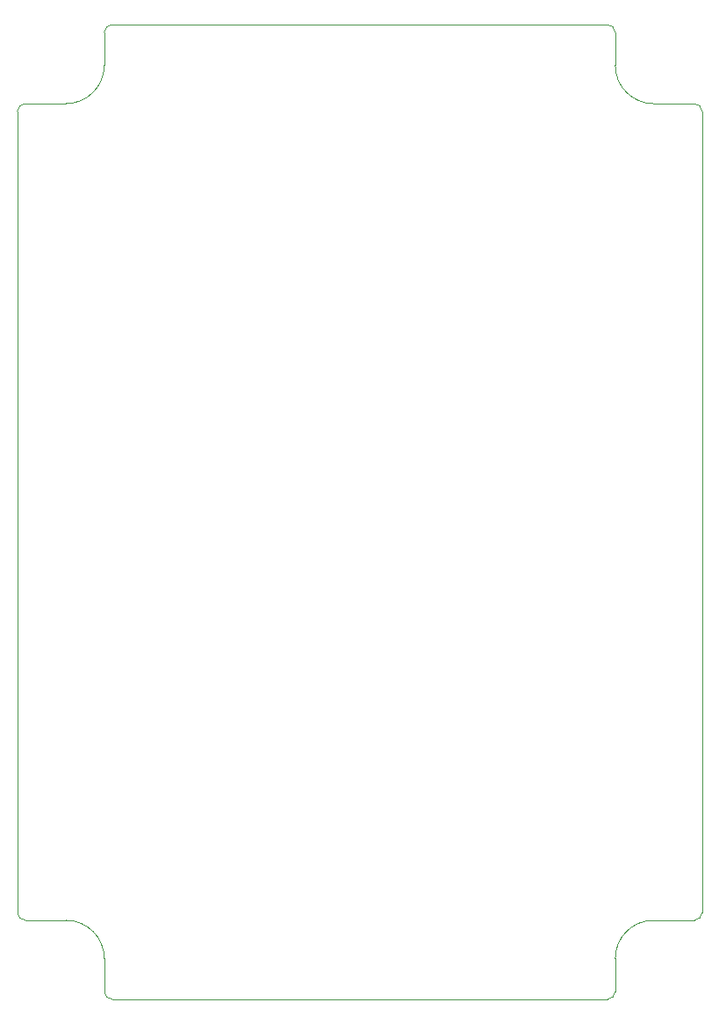
<source format=gm1>
G04 #@! TF.GenerationSoftware,KiCad,Pcbnew,(6.0.0)*
G04 #@! TF.CreationDate,2022-08-16T09:33:42-05:00*
G04 #@! TF.ProjectId,mayfly-atlas-shield,6d617966-6c79-42d6-9174-6c61732d7368,rev?*
G04 #@! TF.SameCoordinates,Original*
G04 #@! TF.FileFunction,Profile,NP*
%FSLAX46Y46*%
G04 Gerber Fmt 4.6, Leading zero omitted, Abs format (unit mm)*
G04 Created by KiCad (PCBNEW (6.0.0)) date 2022-08-16 09:33:42*
%MOMM*%
%LPD*%
G01*
G04 APERTURE LIST*
G04 #@! TA.AperFunction,Profile*
%ADD10C,0.050000*%
G04 #@! TD*
G04 APERTURE END LIST*
D10*
X82550000Y-78232000D02*
X82550000Y-155448000D01*
X148590000Y-155448000D02*
X148590000Y-78232000D01*
X83312000Y-156210000D02*
X87249000Y-156210000D01*
X91694000Y-163830000D02*
X139446000Y-163830000D01*
X90932000Y-159893000D02*
X90932000Y-163068000D01*
X143891000Y-156210000D02*
X147828000Y-156210000D01*
X87249000Y-77470000D02*
X83312000Y-77470000D01*
X147828000Y-156210000D02*
G75*
G03*
X148590000Y-155448000I36J761964D01*
G01*
X139446000Y-69850000D02*
X91694000Y-69850000D01*
X83312000Y-77470000D02*
G75*
G03*
X82550000Y-78232000I35J-762035D01*
G01*
X139446000Y-163830000D02*
G75*
G03*
X140208000Y-163068000I-1J762001D01*
G01*
X87249000Y-77470000D02*
G75*
G03*
X90932000Y-73787000I37J3682963D01*
G01*
X148590000Y-78232000D02*
G75*
G03*
X147828000Y-77470000I-762015J-15D01*
G01*
X147828000Y-77470000D02*
X143891000Y-77470000D01*
X91694000Y-69850000D02*
G75*
G03*
X90932000Y-70612000I35J-762035D01*
G01*
X90932000Y-159893000D02*
G75*
G03*
X87249000Y-156210000I-3683001J-1D01*
G01*
X143891000Y-156210000D02*
G75*
G03*
X140208000Y-159893000I1J-3683001D01*
G01*
X140208000Y-163068000D02*
X140208000Y-159893000D01*
X140208000Y-73787000D02*
G75*
G03*
X143891000Y-77470000I3682984J-16D01*
G01*
X82550000Y-155448000D02*
G75*
G03*
X83312000Y-156210000I762005J5D01*
G01*
X140208000Y-73787000D02*
X140208000Y-70612000D01*
X90932000Y-70612000D02*
X90932000Y-73787000D01*
X90932000Y-163068000D02*
G75*
G03*
X91694000Y-163830000I762001J1D01*
G01*
X140208000Y-70612000D02*
G75*
G03*
X139446000Y-69850000I-762015J-15D01*
G01*
M02*

</source>
